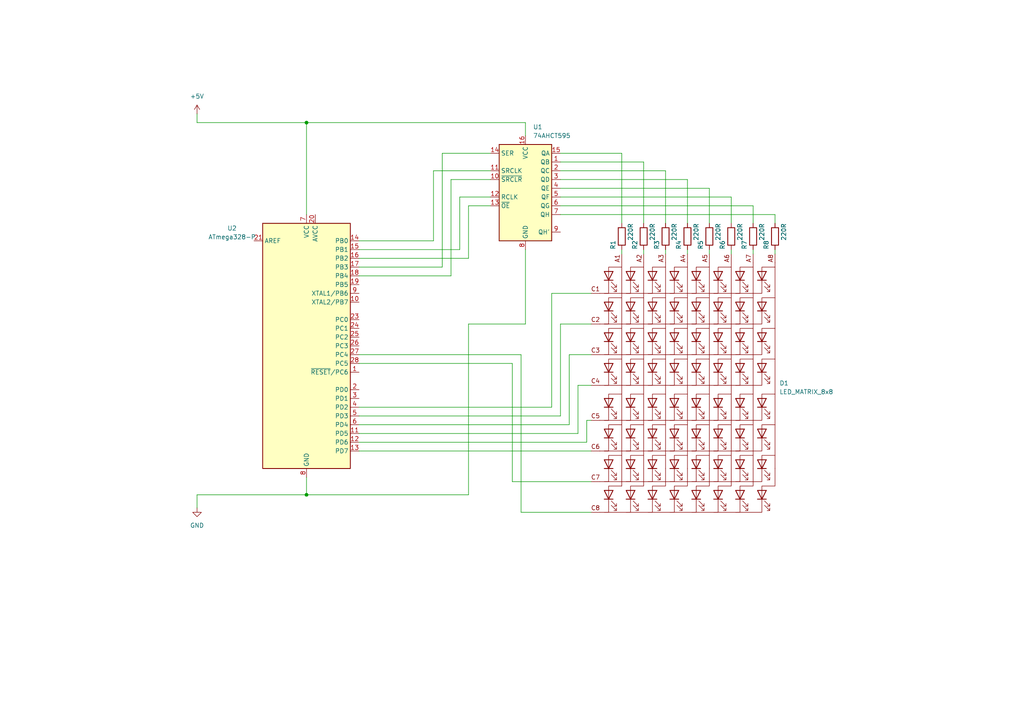
<source format=kicad_sch>
(kicad_sch (version 20230121) (generator eeschema)
  (paper "A4")
  (lib_symbols
    (symbol "74xx:74AHCT595"
      (property "Reference" "U" (at -7.62 13.97 0))
      (property "Value" "74AHCT595" (at -7.62 -16.51 0))
      (symbol "74AHCT595_1_0"
        (pin tri_state line (at 10.16 7.62 180) (length 2.54) (name "QB") (number "1"))
        (pin input line (at -10.16 2.54 0) (length 2.54) (name "~{SRCLR}") (number "10"))
        (pin input line (at -10.16 5.08 0) (length 2.54) (name "SRCLK") (number "11"))
        (pin input line (at -10.16 -2.54 0) (length 2.54) (name "RCLK") (number "12"))
        (pin input line (at -10.16 -5.08 0) (length 2.54) (name "~{OE}") (number "13"))
        (pin input line (at -10.16 10.16 0) (length 2.54) (name "SER") (number "14"))
        (pin tri_state line (at 10.16 10.16 180) (length 2.54) (name "QA") (number "15"))
        (pin power_in line (at 0 15.24 270) (length 2.54) (name "VCC") (number "16"))
        (pin tri_state line (at 10.16 5.08 180) (length 2.54) (name "QC") (number "2"))
        (pin tri_state line (at 10.16 2.54 180) (length 2.54) (name "QD") (number "3"))
        (pin tri_state line (at 10.16 0 180) (length 2.54) (name "QE") (number "4"))
        (pin tri_state line (at 10.16 -2.54 180) (length 2.54) (name "QF") (number "5"))
        (pin tri_state line (at 10.16 -5.08 180) (length 2.54) (name "QG") (number "6"))
        (pin tri_state line (at 10.16 -7.62 180) (length 2.54) (name "QH") (number "7"))
        (pin power_in line (at 0 -17.78 90) (length 2.54) (name "GND") (number "8"))
        (pin output line (at 10.16 -12.7 180) (length 2.54) (name "QH'") (number "9"))
      )
    )
    (symbol "Device:R" (pin_numbers hide) (pin_names (offset 0))
      (property "Reference" "R" (at 2.032 0 90))
      (property "Value" "R" (at 0 0 90))
      (symbol "R_1_1"
        (pin passive line (at 0 3.81 270) (length 1.27) (name "~") (number "1"))
        (pin passive line (at 0 -3.81 90) (length 1.27) (name "~") (number "2"))
      )
    )
    (symbol "MCU_Microchip_ATmega:ATmega328-P"
      (property "Reference" "U" (at -12.7 36.83 0))
      (property "Value" "ATmega328-P" (at 2.54 -36.83 0))
      (symbol "ATmega328-P_1_1"
        (pin bidirectional line (at 15.24 -7.62 180) (length 2.54) (name "~{RESET}/PC6") (number "1"))
        (pin bidirectional line (at 15.24 12.7 180) (length 2.54) (name "XTAL2/PB7") (number "10"))
        (pin bidirectional line (at 15.24 -25.4 180) (length 2.54) (name "PD5") (number "11"))
        (pin bidirectional line (at 15.24 -27.94 180) (length 2.54) (name "PD6") (number "12"))
        (pin bidirectional line (at 15.24 -30.48 180) (length 2.54) (name "PD7") (number "13"))
        (pin bidirectional line (at 15.24 30.48 180) (length 2.54) (name "PB0") (number "14"))
        (pin bidirectional line (at 15.24 27.94 180) (length 2.54) (name "PB1") (number "15"))
        (pin bidirectional line (at 15.24 25.4 180) (length 2.54) (name "PB2") (number "16"))
        (pin bidirectional line (at 15.24 22.86 180) (length 2.54) (name "PB3") (number "17"))
        (pin bidirectional line (at 15.24 20.32 180) (length 2.54) (name "PB4") (number "18"))
        (pin bidirectional line (at 15.24 17.78 180) (length 2.54) (name "PB5") (number "19"))
        (pin bidirectional line (at 15.24 -12.7 180) (length 2.54) (name "PD0") (number "2"))
        (pin power_in line (at 2.54 38.1 270) (length 2.54) (name "AVCC") (number "20"))
        (pin passive line (at -15.24 30.48 0) (length 2.54) (name "AREF") (number "21"))
        (pin passive line (at 0 -38.1 90) (length 2.54) hide (name "GND") (number "22"))
        (pin bidirectional line (at 15.24 7.62 180) (length 2.54) (name "PC0") (number "23"))
        (pin bidirectional line (at 15.24 5.08 180) (length 2.54) (name "PC1") (number "24"))
        (pin bidirectional line (at 15.24 2.54 180) (length 2.54) (name "PC2") (number "25"))
        (pin bidirectional line (at 15.24 0 180) (length 2.54) (name "PC3") (number "26"))
        (pin bidirectional line (at 15.24 -2.54 180) (length 2.54) (name "PC4") (number "27"))
        (pin bidirectional line (at 15.24 -5.08 180) (length 2.54) (name "PC5") (number "28"))
        (pin bidirectional line (at 15.24 -15.24 180) (length 2.54) (name "PD1") (number "3"))
        (pin bidirectional line (at 15.24 -17.78 180) (length 2.54) (name "PD2") (number "4"))
        (pin bidirectional line (at 15.24 -20.32 180) (length 2.54) (name "PD3") (number "5"))
        (pin bidirectional line (at 15.24 -22.86 180) (length 2.54) (name "PD4") (number "6"))
        (pin power_in line (at 0 38.1 270) (length 2.54) (name "VCC") (number "7"))
        (pin power_in line (at 0 -38.1 90) (length 2.54) (name "GND") (number "8"))
        (pin bidirectional line (at 15.24 15.24 180) (length 2.54) (name "XTAL1/PB6") (number "9"))
      )
    )
    (symbol "_CUSTOM:LED_MATRIX_8x8" (pin_numbers hide) (pin_names (offset 1.016) hide)
      (property "Reference" "D1" (at 46.99 -26.035 0))
      (property "Value" "LED_MATRIX_8x8" (at 46.99 -28.575 0))
      (symbol "LED_MATRIX_8x8_1_1"
        (text "A1" (at 0 10.16 900) (effects (font (size 1.27 1.27))))
        (text "A2" (at 6.35 10.16 900) (effects (font (size 1.27 1.27))))
        (text "A3" (at 12.7 10.16 900) (effects (font (size 1.27 1.27))))
        (text "A4" (at 19.05 10.16 900) (effects (font (size 1.27 1.27))))
        (text "A5" (at 25.4 10.16 900) (effects (font (size 1.27 1.27))))
        (text "A6" (at 31.75 10.16 900) (effects (font (size 1.27 1.27))))
        (text "A7" (at 38.1 10.16 900) (effects (font (size 1.27 1.27))))
        (text "A8" (at 44.45 10.16 900) (effects (font (size 1.27 1.27))))
        (text "C1" (at -6.35 1.27 0) (effects (font (size 1.27 1.27))))
        (text "C2" (at -6.35 -7.62 0) (effects (font (size 1.27 1.27))))
        (text "C3" (at -6.35 -16.51 0) (effects (font (size 1.27 1.27))))
        (text "C4" (at -6.35 -25.4 0) (effects (font (size 1.27 1.27))))
        (text "C5" (at -6.35 -35.56 0) (effects (font (size 1.27 1.27))))
        (text "C6" (at -6.35 -44.45 0) (effects (font (size 1.27 1.27))))
        (text "C7" (at -6.35 -53.34 0) (effects (font (size 1.27 1.27))))
        (text "C8" (at -6.35 -62.23 0) (effects (font (size 1.27 1.27))))
        (pin input line (at 1.27 11.43 270) (length 2.54) (name "A1") (number "A1"))
        (pin input line (at 7.62 11.43 270) (length 2.54) (name "A2") (number "A2"))
        (pin input line (at 13.97 11.43 270) (length 2.54) (name "A3") (number "A3"))
        (pin input line (at 20.32 11.43 270) (length 2.54) (name "A4") (number "A4"))
        (pin input line (at 26.67 11.43 270) (length 2.54) (name "A5") (number "A5"))
        (pin input line (at 33.02 11.43 270) (length 2.54) (name "A6") (number "A6"))
        (pin input line (at 39.37 11.43 270) (length 2.54) (name "A7") (number "A7"))
        (pin input line (at 45.72 11.43 270) (length 2.54) (name "A8") (number "A8"))
        (pin output line (at -7.62 0 0) (length 2.54) (name "C1") (number "C1"))
        (pin output line (at -7.62 -8.89 0) (length 2.54) (name "C2") (number "C2"))
        (pin output line (at -7.62 -17.78 0) (length 2.54) (name "C3") (number "C3"))
        (pin output line (at -7.62 -26.67 0) (length 2.54) (name "C4") (number "C4"))
        (pin output line (at -7.62 -36.83 0) (length 2.54) (name "C5") (number "C5"))
        (pin output line (at -7.62 -45.72 0) (length 2.54) (name "C6") (number "C6"))
        (pin output line (at -7.62 -54.61 0) (length 2.54) (name "C7") (number "C7"))
        (pin output line (at -7.62 -63.5 0) (length 2.54) (name "C8") (number "C8"))
      )
    )
    (symbol "power:+5V" (power) (pin_names (offset 0))
      (property "Value" "+5V" (at 0 3.556 0))
      (symbol "+5V_1_1"
        (pin power_in line (at 0 0 90) (length 0) hide (name "+5V") (number "1"))
      )
    )
    (symbol "power:GND" (power) (pin_names (offset 0))
      (property "Value" "GND" (at 0 -3.81 0))
      (symbol "GND_1_1"
        (pin power_in line (at 0 0 270) (length 0) hide (name "GND") (number "1"))
      )
    )
  )
  (junction (at 88.9 143.51))
  (junction (at 88.9 35.56))
  (wire (pts (xy 167.64 125.73) (xy 167.64 111.76)))
  (wire (pts (xy 130.81 52.07) (xy 130.81 80.01)))
  (wire (pts (xy 88.9 143.51) (xy 135.89 143.51)))
  (wire (pts (xy 186.69 72.39) (xy 186.69 73.66)))
  (wire (pts (xy 104.14 74.93) (xy 135.89 74.93)))
  (wire (pts (xy 88.9 35.56) (xy 57.15 35.56)))
  (wire (pts (xy 88.9 143.51) (xy 88.9 138.43)))
  (wire (pts (xy 167.64 111.76) (xy 171.45 111.76)))
  (wire (pts (xy 148.59 139.7) (xy 171.45 139.7)))
  (wire (pts (xy 193.04 49.53) (xy 193.04 64.77)))
  (wire (pts (xy 135.89 143.51) (xy 135.89 93.98)))
  (wire (pts (xy 162.56 52.07) (xy 199.39 52.07)))
  (wire (pts (xy 162.56 54.61) (xy 205.74 54.61)))
  (wire (pts (xy 142.24 52.07) (xy 130.81 52.07)))
  (wire (pts (xy 135.89 93.98) (xy 152.4 93.98)))
  (wire (pts (xy 162.56 62.23) (xy 224.79 62.23)))
  (wire (pts (xy 142.24 44.45) (xy 128.27 44.45)))
  (wire (pts (xy 133.35 72.39) (xy 133.35 57.15)))
  (wire (pts (xy 162.56 120.65) (xy 162.56 93.98)))
  (wire (pts (xy 152.4 35.56) (xy 152.4 39.37)))
  (wire (pts (xy 104.14 125.73) (xy 167.64 125.73)))
  (wire (pts (xy 133.35 57.15) (xy 142.24 57.15)))
  (wire (pts (xy 162.56 93.98) (xy 171.45 93.98)))
  (wire (pts (xy 205.74 72.39) (xy 205.74 73.66)))
  (wire (pts (xy 104.14 102.87) (xy 151.13 102.87)))
  (wire (pts (xy 224.79 72.39) (xy 224.79 73.66)))
  (wire (pts (xy 135.89 59.69) (xy 142.24 59.69)))
  (wire (pts (xy 88.9 35.56) (xy 152.4 35.56)))
  (wire (pts (xy 152.4 93.98) (xy 152.4 72.39)))
  (wire (pts (xy 212.09 72.39) (xy 212.09 73.66)))
  (wire (pts (xy 104.14 118.11) (xy 160.02 118.11)))
  (wire (pts (xy 180.34 72.39) (xy 180.34 73.66)))
  (wire (pts (xy 162.56 59.69) (xy 218.44 59.69)))
  (wire (pts (xy 160.02 85.09) (xy 171.45 85.09)))
  (wire (pts (xy 180.34 44.45) (xy 180.34 64.77)))
  (wire (pts (xy 160.02 118.11) (xy 160.02 85.09)))
  (wire (pts (xy 162.56 46.99) (xy 186.69 46.99)))
  (wire (pts (xy 205.74 54.61) (xy 205.74 64.77)))
  (wire (pts (xy 162.56 49.53) (xy 193.04 49.53)))
  (wire (pts (xy 142.24 49.53) (xy 125.73 49.53)))
  (wire (pts (xy 165.1 123.19) (xy 165.1 102.87)))
  (wire (pts (xy 57.15 143.51) (xy 88.9 143.51)))
  (wire (pts (xy 104.14 128.27) (xy 170.18 128.27)))
  (wire (pts (xy 125.73 69.85) (xy 104.14 69.85)))
  (wire (pts (xy 151.13 148.59) (xy 171.45 148.59)))
  (wire (pts (xy 57.15 35.56) (xy 57.15 33.02)))
  (wire (pts (xy 170.18 121.92) (xy 171.45 121.92)))
  (wire (pts (xy 162.56 57.15) (xy 212.09 57.15)))
  (wire (pts (xy 104.14 130.81) (xy 171.45 130.81)))
  (wire (pts (xy 162.56 44.45) (xy 180.34 44.45)))
  (wire (pts (xy 212.09 57.15) (xy 212.09 64.77)))
  (wire (pts (xy 135.89 74.93) (xy 135.89 59.69)))
  (wire (pts (xy 218.44 59.69) (xy 218.44 64.77)))
  (wire (pts (xy 218.44 72.39) (xy 218.44 73.66)))
  (wire (pts (xy 104.14 123.19) (xy 165.1 123.19)))
  (wire (pts (xy 104.14 105.41) (xy 148.59 105.41)))
  (wire (pts (xy 128.27 77.47) (xy 104.14 77.47)))
  (wire (pts (xy 199.39 52.07) (xy 199.39 64.77)))
  (wire (pts (xy 125.73 49.53) (xy 125.73 69.85)))
  (wire (pts (xy 128.27 44.45) (xy 128.27 77.47)))
  (wire (pts (xy 104.14 120.65) (xy 162.56 120.65)))
  (wire (pts (xy 193.04 72.39) (xy 193.04 73.66)))
  (wire (pts (xy 130.81 80.01) (xy 104.14 80.01)))
  (wire (pts (xy 165.1 102.87) (xy 171.45 102.87)))
  (wire (pts (xy 151.13 102.87) (xy 151.13 148.59)))
  (wire (pts (xy 186.69 46.99) (xy 186.69 64.77)))
  (wire (pts (xy 104.14 72.39) (xy 133.35 72.39)))
  (wire (pts (xy 88.9 62.23) (xy 88.9 35.56)))
  (wire (pts (xy 148.59 105.41) (xy 148.59 139.7)))
  (wire (pts (xy 57.15 147.32) (xy 57.15 143.51)))
  (wire (pts (xy 170.18 128.27) (xy 170.18 121.92)))
  (wire (pts (xy 224.79 62.23) (xy 224.79 64.77)))
  (wire (pts (xy 199.39 72.39) (xy 199.39 73.66)))
  (symbol (lib_id "MCU_Microchip_ATmega:ATmega328-P") (at 88.9 100.33 0) (unit 1)
    (property "Reference" "U2" (at 67.31 66.2021 0))
    (property "Value" "ATmega328-P" (at 67.31 68.7421 0))
    (property "Footprint" "Package_DIP:DIP-28_W7.62mm" (effects hide))
    (property "Datasheet" "http://ww1.microchip.com/downloads/en/DeviceDoc/ATmega328_P%20AVR%20MCU%20with%20picoPower%20Technology%20Data%20Sheet%2040001984A.pdf" (effects hide))
  )
  (symbol (lib_id "Device:R") (at 180.34 68.58 0) (unit 1)
    (property "Reference" "R1" (at 177.8 72.39 90) (effects (justify left)))
    (property "Value" "220R" (at 182.88 69.85 90) (effects (justify left)))
  )
  (symbol (lib_id "Device:R") (at 193.04 68.58 0) (unit 1)
    (property "Reference" "R3" (at 190.5 72.39 90) (effects (justify left)))
    (property "Value" "220R" (at 195.58 69.85 90) (effects (justify left)))
  )
  (symbol (lib_id "Device:R") (at 224.79 68.58 0) (unit 1)
    (property "Reference" "R8" (at 222.25 72.39 90) (effects (justify left)))
    (property "Value" "220R" (at 227.33 69.85 90) (effects (justify left)))
  )
  (symbol (lib_id "Device:R") (at 199.39 68.58 0) (unit 1)
    (property "Reference" "R4" (at 196.85 72.39 90) (effects (justify left)))
    (property "Value" "220R" (at 201.93 69.85 90) (effects (justify left)))
  )
  (symbol (lib_id "power:GND") (at 57.15 147.32 0) (unit 1)
    (property "Reference" "#PWR02" (effects hide))
    (property "Value" "GND" (at 57.15 152.4 0))
  )
  (symbol (lib_id "74xx:74AHCT595") (at 152.4 54.61 0) (unit 1)
    (property "Reference" "U1" (at 154.5941 36.83 0) (effects (justify left)))
    (property "Value" "74AHCT595" (at 154.5941 39.37 0) (effects (justify left)))
    (property "Datasheet" "https://assets.nexperia.com/documents/data-sheet/74AHC_AHCT595.pdf" (effects hide))
  )
  (symbol (lib_id "Device:R") (at 186.69 68.58 0) (unit 1)
    (property "Reference" "R2" (at 184.15 72.39 90) (effects (justify left)))
    (property "Value" "220R" (at 189.23 69.85 90) (effects (justify left)))
  )
  (symbol (lib_id "Device:R") (at 218.44 68.58 0) (unit 1)
    (property "Reference" "R7" (at 215.9 72.39 90) (effects (justify left)))
    (property "Value" "220R" (at 220.98 69.85 90) (effects (justify left)))
  )
  (symbol (lib_id "Device:R") (at 205.74 68.58 0) (unit 1)
    (property "Reference" "R5" (at 203.2 72.39 90) (effects (justify left)))
    (property "Value" "220R" (at 208.28 69.85 90) (effects (justify left)))
  )
  (symbol (lib_id "power:+5V") (at 57.15 33.02 0) (unit 1)
    (property "Reference" "#PWR01" (effects hide))
    (property "Value" "+5V" (at 57.15 27.94 0))
  )
  (symbol (lib_id "Device:R") (at 212.09 68.58 0) (unit 1)
    (property "Reference" "R6" (at 209.55 72.39 90) (effects (justify left)))
    (property "Value" "220R" (at 214.63 69.85 90) (effects (justify left)))
  )
  (symbol (lib_id "_CUSTOM:LED_MATRIX_8x8") (at 179.07 85.09 0) (unit 1)
    (property "Reference" "D1" (at 226.06 111.125 0) (effects (justify left)))
    (property "Value" "LED_MATRIX_8x8" (at 226.06 113.665 0) (effects (justify left)))
  )
)
</source>
